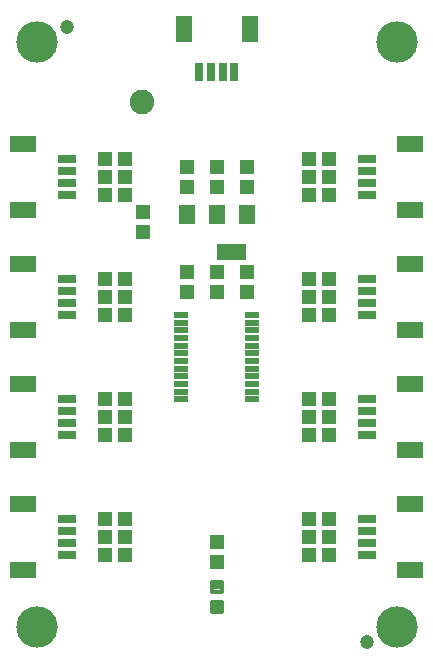
<source format=gts>
G75*
%MOIN*%
%OFA0B0*%
%FSLAX25Y25*%
%IPPOS*%
%LPD*%
%AMOC8*
5,1,8,0,0,1.08239X$1,22.5*
%
%ADD10R,0.04737X0.05131*%
%ADD11C,0.04737*%
%ADD12R,0.08674X0.05524*%
%ADD13R,0.06115X0.03162*%
%ADD14R,0.04737X0.01981*%
%ADD15R,0.05131X0.04737*%
%ADD16R,0.05800X0.03300*%
%ADD17C,0.08200*%
%ADD18R,0.05524X0.08674*%
%ADD19R,0.03162X0.06115*%
%ADD20C,0.13800*%
%ADD21C,0.01421*%
%ADD22R,0.03300X0.05800*%
D10*
X0188333Y0081654D03*
X0188333Y0088346D03*
X0188334Y0171650D03*
X0188334Y0178343D03*
X0178334Y0178343D03*
X0178334Y0171650D03*
X0198334Y0171650D03*
X0198334Y0178343D03*
X0163834Y0191650D03*
X0163834Y0198343D03*
X0178334Y0206650D03*
X0178334Y0213343D03*
X0188334Y0213343D03*
X0188334Y0206650D03*
X0198334Y0206650D03*
X0198334Y0213343D03*
D11*
X0138333Y0260000D03*
X0238333Y0055000D03*
D12*
X0123865Y0078973D03*
X0123865Y0101021D03*
X0123865Y0118973D03*
X0123865Y0141021D03*
X0123865Y0158973D03*
X0123865Y0181021D03*
X0123865Y0198973D03*
X0123865Y0221021D03*
X0252799Y0221023D03*
X0252799Y0198976D03*
X0252799Y0181023D03*
X0252799Y0158976D03*
X0252799Y0141023D03*
X0252799Y0118976D03*
X0252799Y0101023D03*
X0252799Y0078976D03*
D13*
X0238330Y0084094D03*
X0238330Y0088031D03*
X0238330Y0091968D03*
X0238330Y0095905D03*
X0238330Y0124094D03*
X0238330Y0128031D03*
X0238330Y0131968D03*
X0238330Y0135905D03*
X0238330Y0164094D03*
X0238330Y0168031D03*
X0238330Y0171968D03*
X0238330Y0175905D03*
X0238330Y0204094D03*
X0238330Y0208031D03*
X0238330Y0211968D03*
X0238330Y0215905D03*
X0138334Y0215902D03*
X0138334Y0211965D03*
X0138334Y0208028D03*
X0138334Y0204091D03*
X0138334Y0175902D03*
X0138334Y0171965D03*
X0138334Y0168028D03*
X0138334Y0164091D03*
X0138334Y0135902D03*
X0138334Y0131965D03*
X0138334Y0128028D03*
X0138334Y0124091D03*
X0138334Y0095902D03*
X0138334Y0091965D03*
X0138334Y0088028D03*
X0138334Y0084091D03*
D14*
X0176523Y0135922D03*
X0176523Y0138481D03*
X0176523Y0141040D03*
X0176523Y0143599D03*
X0176523Y0146158D03*
X0176523Y0148717D03*
X0176523Y0151276D03*
X0176523Y0153836D03*
X0176523Y0156395D03*
X0176523Y0158954D03*
X0176523Y0161513D03*
X0176523Y0164052D03*
X0200145Y0164072D03*
X0200145Y0161513D03*
X0200145Y0158954D03*
X0200145Y0156395D03*
X0200145Y0153836D03*
X0200145Y0151276D03*
X0200145Y0148717D03*
X0200145Y0146158D03*
X0200145Y0143599D03*
X0200145Y0141040D03*
X0200145Y0138481D03*
X0200145Y0135922D03*
D15*
X0218986Y0136003D03*
X0218986Y0130003D03*
X0218987Y0124000D03*
X0225680Y0124000D03*
X0225679Y0130003D03*
X0225679Y0136003D03*
X0225680Y0164000D03*
X0225679Y0170003D03*
X0225679Y0176003D03*
X0218986Y0176003D03*
X0218986Y0170003D03*
X0218987Y0164000D03*
X0218987Y0204000D03*
X0218986Y0210003D03*
X0218986Y0216003D03*
X0225679Y0216003D03*
X0225679Y0210003D03*
X0225680Y0204000D03*
X0157680Y0203997D03*
X0150987Y0203997D03*
X0150987Y0209997D03*
X0157680Y0209997D03*
X0157680Y0215997D03*
X0150987Y0215997D03*
X0150987Y0175997D03*
X0157680Y0175997D03*
X0157680Y0169997D03*
X0157680Y0163997D03*
X0150987Y0163997D03*
X0150987Y0169997D03*
X0150987Y0135997D03*
X0157680Y0135997D03*
X0157680Y0129997D03*
X0150987Y0129997D03*
X0150987Y0123997D03*
X0157680Y0123997D03*
X0157680Y0095997D03*
X0150987Y0095997D03*
X0150987Y0089997D03*
X0157680Y0089997D03*
X0157680Y0083997D03*
X0150987Y0083997D03*
X0218987Y0084000D03*
X0218986Y0090003D03*
X0218986Y0096003D03*
X0225679Y0096003D03*
X0225679Y0090003D03*
X0225680Y0084000D03*
D16*
X0198334Y0195897D03*
X0198334Y0199097D03*
X0188334Y0199097D03*
X0188334Y0195897D03*
X0178334Y0195897D03*
X0178334Y0199097D03*
D17*
X0163334Y0234997D03*
D18*
X0177310Y0259469D03*
X0199357Y0259469D03*
D19*
X0194239Y0245000D03*
X0190302Y0245000D03*
X0186365Y0245000D03*
X0182428Y0245000D03*
D20*
X0128333Y0255000D03*
X0248333Y0255000D03*
X0248333Y0060000D03*
X0128333Y0060000D03*
D21*
X0186675Y0064889D02*
X0189991Y0064889D01*
X0186675Y0064889D02*
X0186675Y0068205D01*
X0189991Y0068205D01*
X0189991Y0064889D01*
X0189991Y0066309D02*
X0186675Y0066309D01*
X0186675Y0067729D02*
X0189991Y0067729D01*
X0189991Y0071795D02*
X0186675Y0071795D01*
X0186675Y0075111D01*
X0189991Y0075111D01*
X0189991Y0071795D01*
X0189991Y0073215D02*
X0186675Y0073215D01*
X0186675Y0074635D02*
X0189991Y0074635D01*
D22*
X0190133Y0185000D03*
X0193333Y0185000D03*
X0196533Y0185000D03*
M02*

</source>
